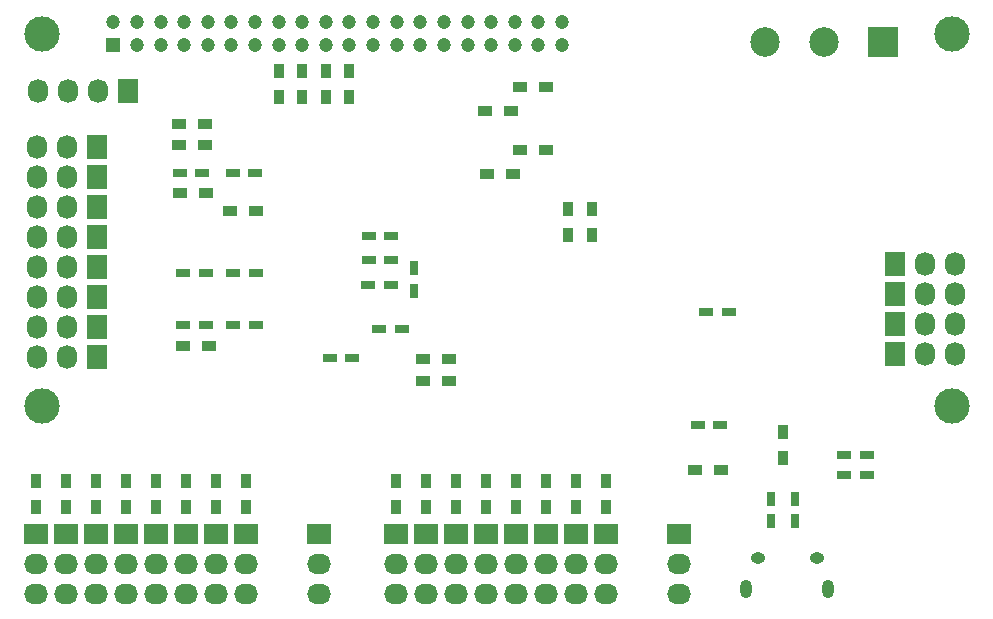
<source format=gbr>
G04 #@! TF.FileFunction,Soldermask,Bot*
%FSLAX46Y46*%
G04 Gerber Fmt 4.6, Leading zero omitted, Abs format (unit mm)*
G04 Created by KiCad (PCBNEW (2015-11-11 BZR 6310)-product) date Sun 20 Dec 2015 11:13:31 PM CST*
%MOMM*%
G01*
G04 APERTURE LIST*
%ADD10C,0.100000*%
%ADD11C,3.000000*%
%ADD12R,1.727200X2.032000*%
%ADD13O,1.727200X2.032000*%
%ADD14O,1.250000X0.950000*%
%ADD15O,1.000000X1.550000*%
%ADD16R,2.032000X1.727200*%
%ADD17O,2.032000X1.727200*%
%ADD18R,0.900000X1.200000*%
%ADD19R,1.200000X0.900000*%
%ADD20R,0.750000X1.200000*%
%ADD21R,1.200000X0.750000*%
%ADD22C,2.500000*%
%ADD23R,2.500000X2.500000*%
%ADD24R,1.200000X1.200000*%
%ADD25C,1.200000*%
G04 APERTURE END LIST*
D10*
D11*
X188100000Y-111500000D03*
X111100000Y-111500000D03*
X188100000Y-80000000D03*
X111100000Y-80000000D03*
D12*
X183300000Y-99520000D03*
D13*
X185840000Y-99520000D03*
X188380000Y-99520000D03*
D12*
X183300000Y-102060000D03*
D13*
X185840000Y-102060000D03*
X188380000Y-102060000D03*
D12*
X183300000Y-104600000D03*
D13*
X185840000Y-104600000D03*
X188380000Y-104600000D03*
D12*
X183300000Y-107140000D03*
D13*
X185840000Y-107140000D03*
X188380000Y-107140000D03*
D12*
X115736000Y-89614000D03*
D13*
X113196000Y-89614000D03*
X110656000Y-89614000D03*
D12*
X115736000Y-92154000D03*
D13*
X113196000Y-92154000D03*
X110656000Y-92154000D03*
D12*
X115736000Y-94694000D03*
D13*
X113196000Y-94694000D03*
X110656000Y-94694000D03*
D12*
X115736000Y-97234000D03*
D13*
X113196000Y-97234000D03*
X110656000Y-97234000D03*
D12*
X115736000Y-99774000D03*
D13*
X113196000Y-99774000D03*
X110656000Y-99774000D03*
D12*
X115736000Y-102314000D03*
D13*
X113196000Y-102314000D03*
X110656000Y-102314000D03*
D12*
X115736000Y-104854000D03*
D13*
X113196000Y-104854000D03*
X110656000Y-104854000D03*
D12*
X115736000Y-107394000D03*
D13*
X113196000Y-107394000D03*
X110656000Y-107394000D03*
D14*
X171655100Y-124373460D03*
X176655100Y-124373460D03*
D15*
X170655100Y-127073460D03*
X177655100Y-127073460D03*
D16*
X110529000Y-122380000D03*
D17*
X110529000Y-124920000D03*
X110529000Y-127460000D03*
D16*
X113069000Y-122380000D03*
D17*
X113069000Y-124920000D03*
X113069000Y-127460000D03*
D16*
X115609000Y-122380000D03*
D17*
X115609000Y-124920000D03*
X115609000Y-127460000D03*
D16*
X118149000Y-122380000D03*
D17*
X118149000Y-124920000D03*
X118149000Y-127460000D03*
D16*
X120689000Y-122380000D03*
D17*
X120689000Y-124920000D03*
X120689000Y-127460000D03*
D16*
X123229000Y-122380000D03*
D17*
X123229000Y-124920000D03*
X123229000Y-127460000D03*
D16*
X125769000Y-122380000D03*
D17*
X125769000Y-124920000D03*
X125769000Y-127460000D03*
D16*
X128309000Y-122380000D03*
D17*
X128309000Y-124920000D03*
X128309000Y-127460000D03*
D16*
X141009000Y-122380000D03*
D17*
X141009000Y-124920000D03*
X141009000Y-127460000D03*
D16*
X143549000Y-122380000D03*
D17*
X143549000Y-124920000D03*
X143549000Y-127460000D03*
D16*
X146089000Y-122380000D03*
D17*
X146089000Y-124920000D03*
X146089000Y-127460000D03*
D16*
X148629000Y-122380000D03*
D17*
X148629000Y-124920000D03*
X148629000Y-127460000D03*
D16*
X151169000Y-122380000D03*
D17*
X151169000Y-124920000D03*
X151169000Y-127460000D03*
D16*
X153709000Y-122380000D03*
D17*
X153709000Y-124920000D03*
X153709000Y-127460000D03*
D16*
X156249000Y-122380000D03*
D17*
X156249000Y-124920000D03*
X156249000Y-127460000D03*
D16*
X158789000Y-122380000D03*
D17*
X158789000Y-124920000D03*
X158789000Y-127460000D03*
D18*
X131090000Y-85380000D03*
X131090000Y-83180000D03*
X133100000Y-85380000D03*
X133100000Y-83180000D03*
X173810000Y-113700000D03*
X173810000Y-115900000D03*
X135090000Y-85380000D03*
X135090000Y-83180000D03*
X137100000Y-85380000D03*
X137100000Y-83180000D03*
D19*
X148746000Y-91904000D03*
X150946000Y-91904000D03*
X148596000Y-86594000D03*
X150796000Y-86594000D03*
X153720000Y-89880000D03*
X151520000Y-89880000D03*
X145550000Y-107570000D03*
X143350000Y-107570000D03*
X145550000Y-109410000D03*
X143350000Y-109410000D03*
D18*
X110529000Y-120051000D03*
X110529000Y-117851000D03*
X113069000Y-120051000D03*
X113069000Y-117851000D03*
D19*
X123010000Y-106500000D03*
X125210000Y-106500000D03*
X122730000Y-93490000D03*
X124930000Y-93490000D03*
X124860000Y-87650000D03*
X122660000Y-87650000D03*
X124880000Y-89430000D03*
X122680000Y-89430000D03*
X126980000Y-95070000D03*
X129180000Y-95070000D03*
D18*
X115609000Y-120051000D03*
X115609000Y-117851000D03*
X118149000Y-120051000D03*
X118149000Y-117851000D03*
X120689000Y-120051000D03*
X120689000Y-117851000D03*
X123229000Y-120051000D03*
X123229000Y-117851000D03*
X125769000Y-120051000D03*
X125769000Y-117851000D03*
X128309000Y-120051000D03*
X128309000Y-117851000D03*
X141009000Y-120051000D03*
X141009000Y-117851000D03*
X143549000Y-120051000D03*
X143549000Y-117851000D03*
X146089000Y-120051000D03*
X146089000Y-117851000D03*
X148629000Y-120051000D03*
X148629000Y-117851000D03*
X151169000Y-120051000D03*
X151169000Y-117851000D03*
X153709000Y-120051000D03*
X153709000Y-117851000D03*
X156249000Y-120051000D03*
X156249000Y-117851000D03*
X158789000Y-120051000D03*
X158789000Y-117851000D03*
D16*
X134532000Y-122380000D03*
D17*
X134532000Y-124920000D03*
X134532000Y-127460000D03*
D16*
X165012000Y-122380000D03*
D17*
X165012000Y-124920000D03*
X165012000Y-127460000D03*
D18*
X157660000Y-94870000D03*
X157660000Y-97070000D03*
X155614000Y-94864000D03*
X155614000Y-97064000D03*
D20*
X172802000Y-121298000D03*
X172802000Y-119398000D03*
X174834000Y-121298000D03*
X174834000Y-119398000D03*
D21*
X168490000Y-113160000D03*
X166590000Y-113160000D03*
D19*
X153740000Y-84570000D03*
X151540000Y-84570000D03*
D21*
X129170000Y-104680000D03*
X127270000Y-104680000D03*
X129130000Y-91810000D03*
X127230000Y-91810000D03*
X140595000Y-101265000D03*
X138695000Y-101265000D03*
X139640000Y-105030000D03*
X141540000Y-105030000D03*
X137340000Y-107490000D03*
X135440000Y-107490000D03*
X169200000Y-103600000D03*
X167300000Y-103600000D03*
D20*
X142575000Y-101775000D03*
X142575000Y-99875000D03*
D21*
X123010000Y-104690000D03*
X124910000Y-104690000D03*
X122750000Y-91810000D03*
X124650000Y-91810000D03*
X123010000Y-100270000D03*
X124910000Y-100270000D03*
X129170000Y-100270000D03*
X127270000Y-100270000D03*
D12*
X118310000Y-84890000D03*
D13*
X115770000Y-84890000D03*
X113230000Y-84890000D03*
X110690000Y-84890000D03*
D22*
X172284000Y-80724000D03*
D23*
X182284000Y-80724000D03*
D22*
X177284000Y-80724000D03*
D21*
X179010000Y-117400000D03*
X180910000Y-117400000D03*
X179010000Y-115720000D03*
X180910000Y-115720000D03*
D19*
X168540000Y-116980000D03*
X166340000Y-116980000D03*
D24*
X117100000Y-81000000D03*
D25*
X117100000Y-79000000D03*
X119100000Y-81000000D03*
X119100000Y-79000000D03*
X121100000Y-81000000D03*
X121100000Y-79000000D03*
X123100000Y-81000000D03*
X123100000Y-79000000D03*
X125100000Y-81000000D03*
X125100000Y-79000000D03*
X127100000Y-81000000D03*
X127100000Y-79000000D03*
X129100000Y-81000000D03*
X129100000Y-79000000D03*
X131100000Y-81000000D03*
X131100000Y-79000000D03*
X133100000Y-81000000D03*
X133100000Y-79000000D03*
X135100000Y-81000000D03*
X135100000Y-79000000D03*
X137100000Y-81000000D03*
X137100000Y-79000000D03*
X139100000Y-81000000D03*
X139100000Y-79000000D03*
X141100000Y-81000000D03*
X141100000Y-79000000D03*
X143100000Y-81000000D03*
X143100000Y-79000000D03*
X145100000Y-81000000D03*
X145100000Y-79000000D03*
X147100000Y-81000000D03*
X147100000Y-79000000D03*
X149100000Y-81000000D03*
X149100000Y-79000000D03*
X151100000Y-81000000D03*
X151100000Y-79000000D03*
X153100000Y-81000000D03*
X153100000Y-79000000D03*
X155100000Y-81000000D03*
X155100000Y-79000000D03*
D21*
X138712000Y-97176000D03*
X140612000Y-97176000D03*
X140612000Y-99208000D03*
X138712000Y-99208000D03*
M02*

</source>
